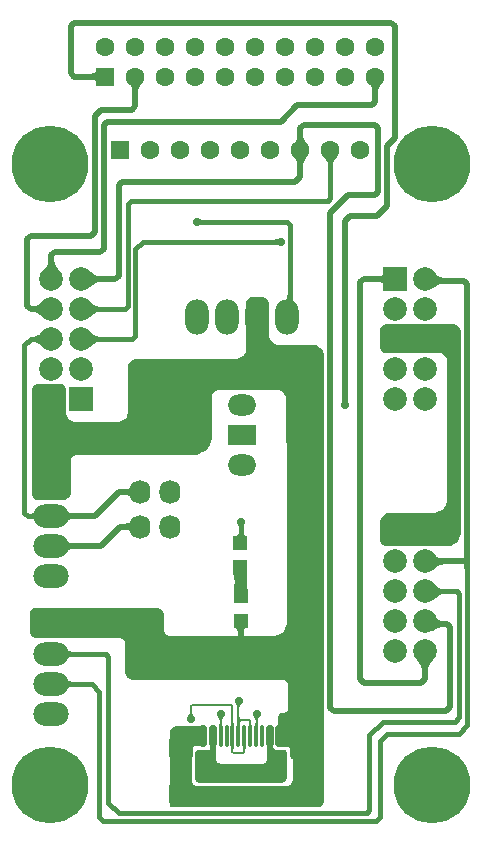
<source format=gbr>
G04*
G04 #@! TF.GenerationSoftware,Altium Limited,Altium Designer,24.2.2 (26)*
G04*
G04 Layer_Physical_Order=1*
G04 Layer_Color=255*
%FSLAX44Y44*%
%MOMM*%
G71*
G04*
G04 #@! TF.SameCoordinates,A69A520D-3C44-4C1A-B5D4-BA9765A151AF*
G04*
G04*
G04 #@! TF.FilePolarity,Positive*
G04*
G01*
G75*
%ADD10C,0.2000*%
%ADD15R,1.2000X1.2000*%
G04:AMPARAMS|DCode=16|XSize=2mm|YSize=2mm|CornerRadius=0.3mm|HoleSize=0mm|Usage=FLASHONLY|Rotation=0.000|XOffset=0mm|YOffset=0mm|HoleType=Round|Shape=RoundedRectangle|*
%AMROUNDEDRECTD16*
21,1,2.0000,1.4000,0,0,0.0*
21,1,1.4000,2.0000,0,0,0.0*
1,1,0.6000,0.7000,-0.7000*
1,1,0.6000,-0.7000,-0.7000*
1,1,0.6000,-0.7000,0.7000*
1,1,0.6000,0.7000,0.7000*
%
%ADD16ROUNDEDRECTD16*%
G04:AMPARAMS|DCode=17|XSize=0.6mm|YSize=1.8mm|CornerRadius=0.15mm|HoleSize=0mm|Usage=FLASHONLY|Rotation=0.000|XOffset=0mm|YOffset=0mm|HoleType=Round|Shape=RoundedRectangle|*
%AMROUNDEDRECTD17*
21,1,0.6000,1.5000,0,0,0.0*
21,1,0.3000,1.8000,0,0,0.0*
1,1,0.3000,0.1500,-0.7500*
1,1,0.3000,-0.1500,-0.7500*
1,1,0.3000,-0.1500,0.7500*
1,1,0.3000,0.1500,0.7500*
%
%ADD17ROUNDEDRECTD17*%
G04:AMPARAMS|DCode=18|XSize=0.3mm|YSize=1.8mm|CornerRadius=0.075mm|HoleSize=0mm|Usage=FLASHONLY|Rotation=0.000|XOffset=0mm|YOffset=0mm|HoleType=Round|Shape=RoundedRectangle|*
%AMROUNDEDRECTD18*
21,1,0.3000,1.6500,0,0,0.0*
21,1,0.1500,1.8000,0,0,0.0*
1,1,0.1500,0.0750,-0.8250*
1,1,0.1500,-0.0750,-0.8250*
1,1,0.1500,-0.0750,0.8250*
1,1,0.1500,0.0750,0.8250*
%
%ADD18ROUNDEDRECTD18*%
%ADD34C,0.5000*%
%ADD35C,1.0000*%
%ADD36C,0.4000*%
%ADD37C,0.8000*%
%ADD38C,2.0000*%
%ADD39R,2.0000X2.0000*%
%ADD40O,2.4000X1.8000*%
%ADD41R,2.4000X1.8000*%
%ADD42O,1.7780X2.0320*%
%ADD43O,3.0000X2.0000*%
%ADD44C,1.6000*%
%ADD45R,1.6000X1.6000*%
%ADD46C,6.5000*%
%ADD47O,2.0000X3.0000*%
%ADD48C,0.7000*%
%ADD49C,1.2700*%
G36*
X77151Y632540D02*
X77101Y633015D01*
X76950Y633440D01*
X76698Y633815D01*
X76346Y634140D01*
X75893Y634415D01*
X75340Y634640D01*
X74686Y634815D01*
X73931Y634940D01*
X73076Y635015D01*
X72120Y635040D01*
Y640040D01*
X73076Y640065D01*
X73931Y640140D01*
X74686Y640265D01*
X75340Y640440D01*
X75893Y640665D01*
X76346Y640940D01*
X76698Y641265D01*
X76950Y641640D01*
X77101Y642065D01*
X77151Y642540D01*
Y632540D01*
D02*
G37*
G36*
X318701Y631213D02*
X318174Y630587D01*
X317709Y629949D01*
X317306Y629299D01*
X316965Y628636D01*
X316686Y627961D01*
X316469Y627274D01*
X316314Y626575D01*
X316221Y625864D01*
X316190Y625141D01*
X311190D01*
X311159Y625864D01*
X311066Y626575D01*
X310911Y627274D01*
X310694Y627961D01*
X310415Y628636D01*
X310074Y629299D01*
X309671Y629949D01*
X309206Y630587D01*
X308679Y631213D01*
X308090Y631827D01*
X319290D01*
X318701Y631213D01*
D02*
G37*
G36*
X115501D02*
X114974Y630587D01*
X114509Y629949D01*
X114106Y629299D01*
X113765Y628636D01*
X113486Y627961D01*
X113269Y627274D01*
X113114Y626575D01*
X113021Y625864D01*
X112990Y625141D01*
X107990D01*
X107959Y625864D01*
X107866Y626575D01*
X107711Y627274D01*
X107494Y627961D01*
X107215Y628636D01*
X106874Y629299D01*
X106471Y629949D01*
X106006Y630587D01*
X105479Y631213D01*
X104890Y631827D01*
X116090D01*
X115501Y631213D01*
D02*
G37*
G36*
X252721Y586986D02*
X252814Y586275D01*
X252969Y585576D01*
X253186Y584889D01*
X253465Y584214D01*
X253806Y583551D01*
X254209Y582901D01*
X254674Y582263D01*
X255201Y581637D01*
X255790Y581023D01*
X244590D01*
X245179Y581637D01*
X245706Y582263D01*
X246171Y582901D01*
X246574Y583551D01*
X246915Y584214D01*
X247194Y584889D01*
X247411Y585576D01*
X247566Y586275D01*
X247659Y586986D01*
X247690Y587709D01*
X252690D01*
X252721Y586986D01*
D02*
G37*
G36*
X255201Y568983D02*
X254674Y568357D01*
X254209Y567719D01*
X253806Y567068D01*
X253465Y566406D01*
X253186Y565731D01*
X252969Y565044D01*
X252814Y564345D01*
X252721Y563634D01*
X252690Y562911D01*
X247690D01*
X247659Y563634D01*
X247566Y564345D01*
X247411Y565044D01*
X247194Y565731D01*
X246915Y566406D01*
X246574Y567068D01*
X246171Y567719D01*
X245706Y568357D01*
X245179Y568983D01*
X244590Y569597D01*
X255790D01*
X255201Y568983D01*
D02*
G37*
G36*
X280506Y568893D02*
X279354Y567500D01*
X278886Y566810D01*
X278490Y566124D01*
X278166Y565443D01*
X277914Y564767D01*
X277734Y564095D01*
X277626Y563427D01*
X277590Y562764D01*
X273590D01*
X273554Y563427D01*
X273446Y564095D01*
X273266Y564767D01*
X273014Y565443D01*
X272690Y566124D01*
X272294Y566810D01*
X271826Y567500D01*
X271286Y568194D01*
X270674Y568893D01*
X269990Y569597D01*
X281190D01*
X280506Y568893D01*
D02*
G37*
G36*
X165164Y516715D02*
X165300Y516638D01*
X165467Y516571D01*
X165667Y516512D01*
X165898Y516463D01*
X166161Y516422D01*
X166783Y516368D01*
X167532Y516350D01*
Y512350D01*
X167142Y512346D01*
X166161Y512278D01*
X165898Y512238D01*
X165667Y512188D01*
X165467Y512130D01*
X165300Y512062D01*
X165164Y511986D01*
X165060Y511900D01*
Y516800D01*
X165164Y516715D01*
D02*
G37*
G36*
X231180Y495390D02*
X231076Y495476D01*
X230940Y495552D01*
X230773Y495620D01*
X230573Y495678D01*
X230342Y495728D01*
X230079Y495768D01*
X229457Y495822D01*
X228708Y495840D01*
Y499840D01*
X229098Y499845D01*
X230079Y499912D01*
X230342Y499953D01*
X230573Y500002D01*
X230773Y500061D01*
X230940Y500128D01*
X231076Y500205D01*
X231180Y500290D01*
Y495390D01*
D02*
G37*
G36*
X41915Y480944D02*
X42050Y480109D01*
X42275Y479269D01*
X42590Y478423D01*
X42995Y477572D01*
X43490Y476715D01*
X44075Y475853D01*
X44750Y474985D01*
X45515Y474111D01*
X46370Y473231D01*
X32370D01*
X33225Y474111D01*
X34665Y475853D01*
X35250Y476715D01*
X35745Y477572D01*
X36150Y478423D01*
X36465Y479269D01*
X36690Y480109D01*
X36825Y480944D01*
X36870Y481772D01*
X41870D01*
X41915Y480944D01*
D02*
G37*
G36*
X320261Y461090D02*
X320211Y461565D01*
X320060Y461990D01*
X319808Y462365D01*
X319456Y462690D01*
X319003Y462965D01*
X318450Y463190D01*
X317796Y463365D01*
X317041Y463490D01*
X316186Y463565D01*
X315231Y463590D01*
Y468590D01*
X316186Y468615D01*
X317041Y468690D01*
X317796Y468815D01*
X318450Y468990D01*
X319003Y469215D01*
X319456Y469490D01*
X319808Y469815D01*
X320060Y470190D01*
X320211Y470615D01*
X320261Y471090D01*
Y461090D01*
D02*
G37*
G36*
X72791Y472235D02*
X74533Y470795D01*
X75395Y470210D01*
X76252Y469715D01*
X77103Y469310D01*
X77949Y468995D01*
X78789Y468770D01*
X79624Y468635D01*
X80452Y468590D01*
Y463590D01*
X79624Y463545D01*
X78789Y463410D01*
X77949Y463185D01*
X77103Y462870D01*
X76252Y462465D01*
X75395Y461970D01*
X74533Y461385D01*
X73664Y460710D01*
X72791Y459945D01*
X71911Y459090D01*
Y473090D01*
X72791Y472235D01*
D02*
G37*
G36*
X364104Y471145D02*
X364892Y470342D01*
X365687Y469634D01*
X366491Y469020D01*
X367301Y468501D01*
X368119Y468075D01*
X368945Y467745D01*
X369778Y467509D01*
X370618Y467367D01*
X371466Y467320D01*
X371015Y462320D01*
X370210Y462278D01*
X369386Y462151D01*
X368543Y461940D01*
X367680Y461644D01*
X366799Y461264D01*
X365898Y460799D01*
X364979Y460250D01*
X364040Y459616D01*
X362105Y458095D01*
X363324Y472042D01*
X364104Y471145D01*
D02*
G37*
G36*
X243300Y451945D02*
X243320Y451029D01*
X243478Y449450D01*
X243617Y448786D01*
X243795Y448207D01*
X244013Y447712D01*
X244270Y447301D01*
X244568Y446974D01*
X244904Y446732D01*
X245281Y446574D01*
X237303Y448911D01*
X237682Y448847D01*
X238022Y448889D01*
X238321Y449036D01*
X238581Y449290D01*
X238801Y449649D01*
X238981Y450114D01*
X239120Y450685D01*
X239220Y451362D01*
X239280Y452144D01*
X239300Y453032D01*
X243300Y451945D01*
D02*
G37*
G36*
X209550Y450850D02*
X217170Y450850D01*
X218433D01*
X220767Y449883D01*
X222553Y448097D01*
X223520Y445763D01*
Y444500D01*
Y420370D01*
X223520Y420369D01*
X223569Y419373D01*
X223958Y417420D01*
X224720Y415580D01*
X225826Y413924D01*
X227235Y412516D01*
X228891Y411409D01*
X230731Y410647D01*
X232684Y410259D01*
X233680Y410210D01*
X260350D01*
X260349Y410209D01*
X261350Y410209D01*
X263313Y409819D01*
X265162Y409053D01*
X266826Y407942D01*
X268242Y406527D01*
X269354Y404863D01*
X270119Y403013D01*
X270510Y401051D01*
X270510Y400050D01*
Y114300D01*
X270510Y99060D01*
X270510Y69850D01*
X270510Y24130D01*
Y23119D01*
X269737Y21252D01*
X268308Y19823D01*
X266441Y19050D01*
X140970D01*
X140717Y19050D01*
X140251Y19243D01*
X139893Y19600D01*
X139700Y20067D01*
X139700Y20320D01*
Y81280D01*
Y82543D01*
X140667Y84877D01*
X142453Y86663D01*
X144787Y87630D01*
X170180D01*
Y71120D01*
X162560D01*
X162560Y71120D01*
X161817Y71047D01*
X160443Y70478D01*
X159392Y69427D01*
X158823Y68053D01*
X158750Y67310D01*
Y40640D01*
Y40640D01*
X158823Y39897D01*
X159392Y38523D01*
X160443Y37472D01*
X161817Y36903D01*
X162560Y36830D01*
X237490D01*
X238729Y36952D01*
X241018Y37899D01*
X242770Y39652D01*
X243718Y41941D01*
X243840Y43180D01*
X243840Y64770D01*
X243840Y64770D01*
X243743Y65761D01*
X242984Y67593D01*
X241583Y68994D01*
X239751Y69752D01*
X238760Y69850D01*
X231140Y69850D01*
Y93981D01*
X231140Y94991D01*
X231913Y96859D01*
X233342Y98287D01*
X235210Y99060D01*
X236220Y99060D01*
X236220Y99060D01*
X236963Y99133D01*
X238337Y99702D01*
X239388Y100753D01*
X239957Y102127D01*
X240030Y102870D01*
X240030Y121920D01*
X240030Y121920D01*
X239940Y122834D01*
X239240Y124523D01*
X237948Y125816D01*
X236259Y126515D01*
X235345Y126605D01*
X109614Y126605D01*
X109614D01*
X108825Y126605D01*
X107276Y126913D01*
X105818Y127517D01*
X104505Y128394D01*
X103389Y129511D01*
X102512Y130823D01*
X101908Y132282D01*
X101600Y133831D01*
X101600Y134620D01*
X101600Y157480D01*
X101600Y157480D01*
X101503Y158471D01*
X100744Y160303D01*
X99342Y161704D01*
X97511Y162463D01*
X96520Y162560D01*
X26670Y162560D01*
X26670D01*
X25659Y162560D01*
X23792Y163333D01*
X22363Y164762D01*
X21590Y166629D01*
X21590Y167640D01*
Y182880D01*
X21590Y183891D01*
X22363Y185758D01*
X23792Y187187D01*
X25659Y187960D01*
X26670Y187960D01*
X128270Y187960D01*
X128270Y187960D01*
X129533Y187960D01*
X131867Y186994D01*
X133653Y185207D01*
X134620Y182873D01*
X134620Y181610D01*
X134620Y170180D01*
Y170180D01*
X134742Y168941D01*
X135690Y166652D01*
X137442Y164900D01*
X139731Y163952D01*
X140970Y163830D01*
X227330Y163830D01*
D01*
X227330D01*
X227330D01*
X228450Y163885D01*
X230648Y164322D01*
X232718Y165179D01*
X234581Y166424D01*
X236166Y168008D01*
X237411Y169872D01*
X238268Y171942D01*
X238705Y174140D01*
X238760Y175260D01*
X238760Y290830D01*
X238373Y363625D01*
X238372Y363625D01*
X238327Y364458D01*
X237995Y366091D01*
X237351Y367629D01*
X236421Y369011D01*
X235239Y370187D01*
X233852Y371110D01*
X232311Y371745D01*
X230676Y372069D01*
X229843Y372110D01*
X214630Y372110D01*
X181610D01*
X181610Y372110D01*
X180371Y371988D01*
X178082Y371040D01*
X176330Y369288D01*
X175382Y366999D01*
X175260Y365760D01*
X175260Y332740D01*
X175260Y332740D01*
X175260Y331239D01*
X174674Y328295D01*
X173526Y325521D01*
X171858Y323025D01*
X169735Y320902D01*
X167239Y319234D01*
X164465Y318086D01*
X161521Y317500D01*
X160020Y317500D01*
X60960D01*
X60960Y317500D01*
X59969Y317402D01*
X58138Y316644D01*
X56736Y315242D01*
X55978Y313411D01*
X55880Y312420D01*
X55880Y285750D01*
X55880Y285750D01*
Y284487D01*
X54913Y282153D01*
X53127Y280367D01*
X50793Y279400D01*
X49530D01*
X27940Y279400D01*
X27940Y279400D01*
X26930D01*
X25062Y280173D01*
X23633Y281602D01*
X22860Y283470D01*
Y284480D01*
Y372110D01*
X22860Y373120D01*
X23633Y374987D01*
X25062Y376417D01*
X26929Y377190D01*
X27940Y377190D01*
X46990Y377190D01*
X46990Y377190D01*
X48000Y377190D01*
X49867Y376417D01*
X51297Y374987D01*
X52070Y373120D01*
X52070Y372110D01*
X52070Y351790D01*
X52192Y350551D01*
X53140Y348262D01*
X54892Y346510D01*
X57181Y345562D01*
X58420Y345440D01*
X96520D01*
X96520Y345440D01*
X97267Y345477D01*
X98732Y345768D01*
X100112Y346339D01*
X101354Y347169D01*
X102410Y348226D01*
X103240Y349468D01*
X103812Y350848D01*
X104103Y352313D01*
X104140Y353060D01*
X104140Y391160D01*
X104140D01*
Y391911D01*
X104433Y393383D01*
X105007Y394769D01*
X105841Y396017D01*
X106903Y397079D01*
X108151Y397913D01*
X109537Y398487D01*
X111010Y398780D01*
X196190D01*
X196189Y398780D01*
X197001Y398820D01*
X198593Y399136D01*
X200093Y399757D01*
X201443Y400659D01*
X202591Y401807D01*
X203492Y403157D01*
X204114Y404656D01*
X204430Y406248D01*
X204470Y407060D01*
X204470Y445769D01*
D01*
Y445770D01*
Y445769D01*
X204470Y446780D01*
X205243Y448647D01*
X206672Y450077D01*
X208539Y450850D01*
X209550Y450850D01*
D02*
G37*
G36*
X72880Y446740D02*
X74749Y445140D01*
X75649Y444490D01*
X76526Y443940D01*
X77380Y443490D01*
X78212Y443140D01*
X79020Y442890D01*
X79805Y442740D01*
X80568Y442690D01*
Y438690D01*
X79805Y438640D01*
X79020Y438490D01*
X78212Y438240D01*
X77380Y437890D01*
X76526Y437440D01*
X75649Y436890D01*
X74749Y436240D01*
X73826Y435490D01*
X71911Y433690D01*
Y447690D01*
X72880Y446740D01*
D02*
G37*
G36*
X32229Y433690D02*
X31349Y434545D01*
X29607Y435985D01*
X28745Y436570D01*
X27888Y437065D01*
X27037Y437470D01*
X26191Y437785D01*
X25351Y438010D01*
X24516Y438145D01*
X23688Y438190D01*
Y443190D01*
X24516Y443235D01*
X25351Y443370D01*
X26191Y443595D01*
X27037Y443910D01*
X27888Y444315D01*
X28745Y444810D01*
X29607Y445395D01*
X30475Y446070D01*
X31349Y446835D01*
X32229Y447690D01*
Y433690D01*
D02*
G37*
G36*
X378460Y427990D02*
X379210Y427990D01*
X380683Y427697D01*
X382069Y427123D01*
X383317Y426289D01*
X384379Y425227D01*
X385213Y423979D01*
X385787Y422593D01*
X386080Y421120D01*
X386080Y420370D01*
X386080Y251460D01*
X386080Y251460D01*
Y250334D01*
X385640Y248126D01*
X384779Y246046D01*
X383528Y244174D01*
X381936Y242582D01*
X380064Y241331D01*
X377984Y240469D01*
X375776Y240030D01*
X323850D01*
X323850Y240030D01*
X322587Y240030D01*
X320253Y240997D01*
X318467Y242783D01*
X317500Y245117D01*
X317500Y246380D01*
Y259080D01*
X317500Y259955D01*
X317841Y261673D01*
X318512Y263291D01*
X319485Y264747D01*
X320723Y265985D01*
X322179Y266958D01*
X323797Y267628D01*
X325514Y267970D01*
X326390Y267970D01*
X361950Y267970D01*
X361950Y267970D01*
X363195Y268031D01*
X365636Y268517D01*
X367937Y269469D01*
X370007Y270853D01*
X371767Y272613D01*
X373150Y274683D01*
X374103Y276983D01*
X374589Y279425D01*
X374650Y280670D01*
X374650Y396240D01*
X374650Y396240D01*
X374613Y396987D01*
X374322Y398452D01*
X373750Y399832D01*
X372920Y401074D01*
X371864Y402130D01*
X370622Y402960D01*
X369242Y403532D01*
X367777Y403823D01*
X367030Y403860D01*
X322580Y403860D01*
X321570D01*
X319702Y404633D01*
X318273Y406062D01*
X317500Y407929D01*
Y408940D01*
X317500Y421640D01*
D01*
Y421640D01*
Y421640D01*
X317500Y422903D01*
X318467Y425237D01*
X320253Y427023D01*
X322587Y427990D01*
X323850Y427990D01*
X378460Y427990D01*
X378460Y427990D01*
D02*
G37*
G36*
X72880Y421340D02*
X74749Y419740D01*
X75649Y419090D01*
X76526Y418540D01*
X77380Y418090D01*
X78212Y417740D01*
X79020Y417490D01*
X79805Y417340D01*
X80568Y417290D01*
Y413290D01*
X79805Y413240D01*
X79020Y413090D01*
X78212Y412840D01*
X77380Y412490D01*
X76526Y412040D01*
X75649Y411490D01*
X74749Y410840D01*
X73826Y410090D01*
X71911Y408290D01*
Y422290D01*
X72880Y421340D01*
D02*
G37*
G36*
X32229Y408290D02*
X31260Y409240D01*
X29391Y410840D01*
X28491Y411490D01*
X27614Y412040D01*
X26760Y412490D01*
X25928Y412840D01*
X25120Y413090D01*
X24335Y413240D01*
X23572Y413290D01*
Y417290D01*
X24335Y417340D01*
X25120Y417490D01*
X25928Y417740D01*
X26760Y418090D01*
X27614Y418540D01*
X28491Y419090D01*
X29391Y419740D01*
X30314Y420490D01*
X32229Y422290D01*
Y408290D01*
D02*
G37*
G36*
X106275Y280764D02*
X106217Y281237D01*
X106045Y281659D01*
X105757Y282032D01*
X105354Y282355D01*
X104836Y282629D01*
X104203Y282852D01*
X103454Y283026D01*
X102591Y283151D01*
X101612Y283225D01*
X100519Y283250D01*
Y288250D01*
X101612Y288275D01*
X102591Y288349D01*
X103454Y288474D01*
X104203Y288648D01*
X104836Y288871D01*
X105354Y289145D01*
X105757Y289468D01*
X106045Y289841D01*
X106217Y290263D01*
X106275Y290736D01*
Y280764D01*
D02*
G37*
G36*
X25231Y261444D02*
X25184Y261822D01*
X25044Y262159D01*
X24810Y262457D01*
X24483Y262715D01*
X24063Y262934D01*
X23549Y263112D01*
X22941Y263251D01*
X22241Y263351D01*
X21446Y263410D01*
X20559Y263430D01*
Y267430D01*
X21446Y267450D01*
X22241Y267509D01*
X22941Y267609D01*
X23549Y267748D01*
X24063Y267926D01*
X24483Y268145D01*
X24810Y268403D01*
X25044Y268701D01*
X25184Y269038D01*
X25231Y269416D01*
Y261444D01*
D02*
G37*
G36*
X53035Y269943D02*
X53217Y269521D01*
X53520Y269148D01*
X53944Y268825D01*
X54489Y268551D01*
X55155Y268328D01*
X55942Y268154D01*
X56850Y268029D01*
X57879Y267955D01*
X59030Y267930D01*
Y262930D01*
X57879Y262905D01*
X55942Y262706D01*
X55155Y262532D01*
X54489Y262309D01*
X53944Y262035D01*
X53520Y261712D01*
X53217Y261339D01*
X53035Y260917D01*
X52975Y260444D01*
Y270416D01*
X53035Y269943D01*
D02*
G37*
G36*
X202365Y257746D02*
X202288Y257610D01*
X202221Y257443D01*
X202162Y257243D01*
X202113Y257012D01*
X202072Y256749D01*
X202018Y256127D01*
X202000Y255378D01*
X198000D01*
X197996Y255768D01*
X197928Y256749D01*
X197888Y257012D01*
X197838Y257243D01*
X197780Y257443D01*
X197712Y257610D01*
X197636Y257746D01*
X197550Y257850D01*
X202450D01*
X202365Y257746D01*
D02*
G37*
G36*
X106275Y251554D02*
X106217Y252027D01*
X106045Y252449D01*
X105757Y252822D01*
X105354Y253145D01*
X104836Y253419D01*
X104203Y253642D01*
X103454Y253816D01*
X102591Y253941D01*
X101612Y254015D01*
X100519Y254040D01*
Y259040D01*
X101612Y259065D01*
X102591Y259139D01*
X103454Y259264D01*
X104203Y259438D01*
X104836Y259661D01*
X105354Y259935D01*
X105757Y260258D01*
X106045Y260631D01*
X106217Y261053D01*
X106275Y261526D01*
Y251554D01*
D02*
G37*
G36*
X202020Y252114D02*
X202080Y251428D01*
X202180Y250824D01*
X202320Y250300D01*
X202500Y249856D01*
X202720Y249494D01*
X202980Y249212D01*
X203280Y249010D01*
X203620Y248889D01*
X204000Y248849D01*
X196000D01*
X196380Y248889D01*
X196720Y249010D01*
X197020Y249212D01*
X197280Y249494D01*
X197500Y249856D01*
X197680Y250300D01*
X197820Y250824D01*
X197920Y251428D01*
X197980Y252114D01*
X198000Y252879D01*
X202000D01*
X202020Y252114D01*
D02*
G37*
G36*
X53035Y244543D02*
X53217Y244121D01*
X53520Y243748D01*
X53944Y243425D01*
X54489Y243151D01*
X55155Y242928D01*
X55942Y242754D01*
X56850Y242629D01*
X57879Y242555D01*
X59030Y242530D01*
Y237530D01*
X57879Y237505D01*
X55942Y237306D01*
X55155Y237132D01*
X54489Y236909D01*
X53944Y236635D01*
X53520Y236312D01*
X53217Y235939D01*
X53035Y235517D01*
X52975Y235044D01*
Y245016D01*
X53035Y244543D01*
D02*
G37*
G36*
X363621Y233075D02*
X365363Y231635D01*
X366225Y231050D01*
X367082Y230555D01*
X367933Y230150D01*
X368779Y229835D01*
X369619Y229610D01*
X370454Y229475D01*
X371283Y229430D01*
Y224430D01*
X370454Y224385D01*
X369619Y224250D01*
X368779Y224025D01*
X367933Y223710D01*
X367082Y223305D01*
X366225Y222810D01*
X365363Y222225D01*
X364495Y221550D01*
X363621Y220785D01*
X362741Y219930D01*
Y233930D01*
X363621Y233075D01*
D02*
G37*
G36*
X205212Y215841D02*
X205080Y215541D01*
X204964Y215041D01*
X204863Y214341D01*
X204708Y212341D01*
X204675Y210632D01*
X205059Y204689D01*
X205205Y204189D01*
X205369Y203889D01*
X205554Y203789D01*
X193615D01*
X193799Y203889D01*
X193964Y204189D01*
X194109Y204689D01*
X194235Y205389D01*
X194342Y206289D01*
X194497Y208689D01*
X194502Y208971D01*
X194165Y214341D01*
X194014Y215041D01*
X193839Y215541D01*
X193642Y215841D01*
X193421Y215941D01*
X205359D01*
X205212Y215841D01*
D02*
G37*
G36*
X363710Y207580D02*
X365579Y205980D01*
X366479Y205330D01*
X367356Y204780D01*
X368210Y204330D01*
X369042Y203980D01*
X369850Y203730D01*
X370635Y203580D01*
X371398Y203530D01*
Y199530D01*
X370635Y199480D01*
X369850Y199330D01*
X369042Y199080D01*
X368210Y198730D01*
X367356Y198280D01*
X366479Y197730D01*
X365579Y197080D01*
X364656Y196330D01*
X362741Y194530D01*
Y208530D01*
X363710Y207580D01*
D02*
G37*
G36*
X364707Y180499D02*
X365367Y179658D01*
X366053Y178915D01*
X366766Y178272D01*
X367505Y177727D01*
X368270Y177282D01*
X369061Y176936D01*
X369879Y176688D01*
X370723Y176539D01*
X371594Y176490D01*
X370458Y171490D01*
X369700Y171453D01*
X368902Y171341D01*
X368064Y171155D01*
X367186Y170894D01*
X366268Y170558D01*
X365310Y170149D01*
X363274Y169105D01*
X362196Y168472D01*
X361078Y167764D01*
X364074Y181440D01*
X364707Y180499D01*
D02*
G37*
G36*
X204109Y170831D02*
X203684Y170680D01*
X203309Y170428D01*
X202984Y170076D01*
X202709Y169623D01*
X202484Y169070D01*
X202309Y168416D01*
X202184Y167661D01*
X202109Y166806D01*
X202084Y165851D01*
X197084D01*
X197059Y166806D01*
X196984Y167661D01*
X196859Y168416D01*
X196684Y169070D01*
X196459Y169623D01*
X196184Y170076D01*
X195859Y170428D01*
X195484Y170680D01*
X195059Y170831D01*
X194584Y170881D01*
X204584D01*
X204109Y170831D01*
D02*
G37*
G36*
X53556Y152198D02*
X53696Y151861D01*
X53930Y151563D01*
X54257Y151305D01*
X54677Y151086D01*
X55191Y150908D01*
X55799Y150769D01*
X56500Y150669D01*
X57294Y150610D01*
X58181Y150590D01*
Y146590D01*
X57294Y146570D01*
X56500Y146511D01*
X55799Y146411D01*
X55191Y146272D01*
X54677Y146094D01*
X54257Y145875D01*
X53930Y145617D01*
X53696Y145319D01*
X53556Y144982D01*
X53509Y144604D01*
Y152576D01*
X53556Y152198D01*
D02*
G37*
G36*
X361745Y142709D02*
X360305Y140968D01*
X359720Y140105D01*
X359225Y139248D01*
X358820Y138397D01*
X358505Y137551D01*
X358280Y136711D01*
X358145Y135877D01*
X358100Y135048D01*
X353100D01*
X353055Y135877D01*
X352920Y136711D01*
X352695Y137551D01*
X352380Y138397D01*
X351975Y139248D01*
X351480Y140105D01*
X350895Y140968D01*
X350220Y141836D01*
X349455Y142709D01*
X348600Y143589D01*
X362600D01*
X361745Y142709D01*
D02*
G37*
G36*
X53556Y126798D02*
X53696Y126461D01*
X53930Y126163D01*
X54257Y125905D01*
X54677Y125686D01*
X55191Y125508D01*
X55799Y125369D01*
X56500Y125269D01*
X57294Y125210D01*
X58181Y125190D01*
Y121190D01*
X57294Y121170D01*
X56500Y121111D01*
X55799Y121011D01*
X55191Y120872D01*
X54677Y120694D01*
X54257Y120475D01*
X53930Y120217D01*
X53696Y119919D01*
X53556Y119582D01*
X53509Y119204D01*
Y127176D01*
X53556Y126798D01*
D02*
G37*
G36*
X200258Y106449D02*
X199964Y106206D01*
X199700Y105955D01*
X199467Y105696D01*
X199266Y105430D01*
X199095Y105156D01*
X198956Y104874D01*
X198847Y104585D01*
X198769Y104287D01*
X198723Y103982D01*
X198708Y103670D01*
X196707Y103918D01*
X196694Y104214D01*
X196655Y104514D01*
X196589Y104816D01*
X196497Y105122D01*
X196379Y105432D01*
X196234Y105744D01*
X196063Y106060D01*
X195866Y106379D01*
X195642Y106701D01*
X195392Y107027D01*
X200258Y106449D01*
D02*
G37*
G36*
X158495Y99129D02*
X158538Y98825D01*
X158610Y98524D01*
X158712Y98225D01*
X158842Y97929D01*
X159002Y97634D01*
X159191Y97342D01*
X159408Y97052D01*
X159655Y96765D01*
X159930Y96480D01*
X155030D01*
X155306Y96765D01*
X155552Y97052D01*
X155770Y97342D01*
X155958Y97634D01*
X156117Y97929D01*
X156248Y98225D01*
X156349Y98524D01*
X156422Y98825D01*
X156466Y99129D01*
X156480Y99434D01*
X158480D01*
X158495Y99129D01*
D02*
G37*
G36*
X185257Y95222D02*
X184977Y94946D01*
X184726Y94667D01*
X184504Y94385D01*
X184312Y94099D01*
X184149Y93809D01*
X184016Y93516D01*
X183913Y93219D01*
X183839Y92919D01*
X183795Y92615D01*
X183780Y92308D01*
X181780Y92367D01*
X181766Y92671D01*
X181723Y92973D01*
X181652Y93275D01*
X181553Y93576D01*
X181425Y93876D01*
X181269Y94175D01*
X181084Y94473D01*
X180871Y94770D01*
X180629Y95066D01*
X180359Y95362D01*
X185257Y95222D01*
D02*
G37*
G36*
X215577Y95082D02*
X215287Y94828D01*
X215026Y94568D01*
X214797Y94302D01*
X214598Y94029D01*
X214430Y93750D01*
X214292Y93464D01*
X214185Y93172D01*
X214109Y92874D01*
X214063Y92569D01*
X214048Y92258D01*
X212048Y92445D01*
X212034Y92744D01*
X211994Y93045D01*
X211926Y93348D01*
X211831Y93652D01*
X211710Y93959D01*
X211561Y94267D01*
X211386Y94577D01*
X211183Y94889D01*
X210953Y95203D01*
X210697Y95519D01*
X215577Y95082D01*
D02*
G37*
G36*
X214048Y89876D02*
X214162Y87704D01*
X211466Y87942D01*
X211576Y88035D01*
X211675Y88155D01*
X211763Y88305D01*
X211838Y88483D01*
X211902Y88691D01*
X211954Y88926D01*
X211995Y89191D01*
X212024Y89485D01*
X212048Y90157D01*
X214048Y89876D01*
D02*
G37*
G36*
X208730Y89766D02*
X208794Y88877D01*
X208833Y88625D01*
X208935Y88190D01*
X209000Y88006D01*
X209072Y87844D01*
X209153Y87704D01*
X206298D01*
X206379Y87844D01*
X206452Y88006D01*
X206516Y88190D01*
X206572Y88396D01*
X206619Y88625D01*
X206687Y89151D01*
X206709Y89447D01*
X206726Y90108D01*
X208726D01*
X208730Y89766D01*
D02*
G37*
G36*
X198727Y95330D02*
X198787Y94990D01*
X198888Y94690D01*
X199028Y94430D01*
X199207Y94210D01*
X199428Y94030D01*
X199688Y93890D01*
X199988Y93790D01*
X200327Y93730D01*
X200707Y93710D01*
Y91710D01*
X200327Y91690D01*
X199988Y91630D01*
X199688Y91530D01*
X199428Y91390D01*
X199207Y91210D01*
X199028Y90990D01*
X198888Y90730D01*
X198787Y90430D01*
X198727Y90090D01*
X198711Y89786D01*
X198712Y89766D01*
X198776Y88877D01*
X198814Y88625D01*
X198917Y88190D01*
X198981Y88006D01*
X199054Y87844D01*
X199135Y87704D01*
X196280D01*
X196361Y87844D01*
X196434Y88006D01*
X196498Y88190D01*
X196553Y88396D01*
X196601Y88625D01*
X196669Y89151D01*
X196690Y89447D01*
X196707Y90108D01*
X198442D01*
X196707Y92710D01*
X198708Y95710D01*
X198727Y95330D01*
D02*
G37*
G36*
X193702Y89766D02*
X193767Y88877D01*
X193805Y88625D01*
X193908Y88190D01*
X193972Y88006D01*
X194045Y87844D01*
X194126Y87704D01*
X191270D01*
X191352Y87844D01*
X191424Y88006D01*
X191488Y88190D01*
X191544Y88396D01*
X191591Y88625D01*
X191660Y89151D01*
X191681Y89447D01*
X191698Y90108D01*
X193698D01*
X193702Y89766D01*
D02*
G37*
G36*
X183780Y90056D02*
X183783Y89697D01*
X183862Y88538D01*
X183898Y88316D01*
X183941Y88122D01*
X183990Y87956D01*
X184046Y87816D01*
X184108Y87704D01*
X181253D01*
X181353Y87871D01*
X181442Y88054D01*
X181521Y88254D01*
X181590Y88471D01*
X181648Y88705D01*
X181695Y88956D01*
X181759Y89508D01*
X181775Y89809D01*
X181780Y90127D01*
X183780Y90056D01*
D02*
G37*
G36*
X177969Y87244D02*
X178684Y86529D01*
X179070Y85595D01*
X179070Y85090D01*
X179070Y59690D01*
Y59690D01*
X179143Y58946D01*
X179712Y57573D01*
X180763Y56522D01*
X182137Y55953D01*
X182880Y55880D01*
X218440D01*
X219130Y55948D01*
X220404Y56475D01*
X221380Y57450D01*
X221907Y58725D01*
X221975Y59415D01*
X221975Y87545D01*
X227055D01*
Y70125D01*
X227109Y69576D01*
X227529Y68561D01*
X228306Y67784D01*
X229321Y67364D01*
X229870Y67310D01*
X236220Y67310D01*
X236220Y67310D01*
X236725Y67310D01*
X237659Y66924D01*
X238374Y66209D01*
X238760Y65275D01*
X238760Y64770D01*
X238760Y44450D01*
X238760Y44450D01*
X238760Y43439D01*
X237987Y41572D01*
X236558Y40143D01*
X234690Y39370D01*
X233680Y39370D01*
X197460Y39370D01*
X165099D01*
X164341Y39370D01*
X162941Y39950D01*
X161870Y41022D01*
X161290Y42422D01*
X161290Y43180D01*
Y64770D01*
X161290Y65275D01*
X161676Y66208D01*
X162390Y66922D01*
X163323Y67309D01*
X163828Y67308D01*
X171449Y67309D01*
X171448D01*
X171944Y67357D01*
X172861Y67736D01*
X173562Y68438D01*
X173941Y69354D01*
X173990Y69850D01*
X173990Y87630D01*
X176530Y87630D01*
X176530Y87630D01*
X177035Y87630D01*
X177969Y87244D01*
D02*
G37*
G36*
X204063Y70504D02*
X203990Y70342D01*
X203926Y70158D01*
X203870Y69951D01*
X203823Y69722D01*
X203755Y69197D01*
X203734Y68900D01*
X203716Y68240D01*
X201716D01*
X201712Y68581D01*
X201648Y69471D01*
X201609Y69722D01*
X201507Y70158D01*
X201443Y70342D01*
X201370Y70504D01*
X201289Y70643D01*
X204144D01*
X204063Y70504D01*
D02*
G37*
G36*
X194045D02*
X193972Y70342D01*
X193908Y70158D01*
X193852Y69951D01*
X193805Y69722D01*
X193737Y69197D01*
X193715Y68900D01*
X193698Y68240D01*
X191698D01*
X191694Y68581D01*
X191630Y69471D01*
X191591Y69722D01*
X191488Y70158D01*
X191424Y70342D01*
X191352Y70504D01*
X191270Y70643D01*
X194126D01*
X194045Y70504D01*
D02*
G37*
D10*
X192698Y65941D02*
Y79174D01*
X202716Y65941D02*
Y79174D01*
X201545Y64770D02*
X202716Y65941D01*
X192698D02*
X193870Y64770D01*
X201545D01*
X197708Y79174D02*
Y92710D01*
X206554D01*
X207726Y91539D01*
Y79174D02*
Y91539D01*
X197708Y92710D02*
Y108807D01*
X198120Y109220D01*
X212735Y79174D02*
X213048Y79487D01*
Y97478D01*
X213360Y97790D01*
X182680Y79174D02*
X182780Y79274D01*
Y97690D01*
X182880Y97790D01*
X157480Y93980D02*
Y104239D01*
X158651Y105410D01*
X191527D01*
X192698Y104239D01*
Y79174D02*
Y104239D01*
D15*
X199390Y221910D02*
D03*
Y242910D02*
D03*
X199584Y176820D02*
D03*
Y197820D02*
D03*
D16*
X251152Y29676D02*
D03*
X149152D02*
D03*
X251152Y68676D02*
D03*
X149152D02*
D03*
D17*
X232402Y79174D02*
D03*
X168152D02*
D03*
X176152D02*
D03*
X224402D02*
D03*
D18*
X182680D02*
D03*
X187689D02*
D03*
X192698D02*
D03*
X197708D02*
D03*
X202716D02*
D03*
X207726D02*
D03*
X212735D02*
D03*
X217744D02*
D03*
D34*
X391417Y221193D02*
Y461891D01*
X288290Y359410D02*
Y515620D01*
X292100Y519430D01*
X330200Y585470D02*
Y680331D01*
X327271Y683260D02*
X330200Y680331D01*
X55880Y640469D02*
Y680331D01*
X58809Y683260D01*
X327271D01*
X356470Y464820D02*
X388488D01*
X391417Y461891D01*
X199584Y158750D02*
Y176820D01*
X196850Y158750D02*
X199584D01*
X292100Y519430D02*
X314960D01*
X323230Y527700D02*
Y578500D01*
X314960Y519430D02*
X323230Y527700D01*
Y578500D02*
X330200Y585470D01*
X55880Y640469D02*
X58809Y637540D01*
X85090D01*
X313301Y537210D02*
X316230Y540139D01*
X290830Y537210D02*
X313301D01*
X316230Y540139D02*
Y593971D01*
X253119Y596900D02*
X313301D01*
X316230Y593971D01*
X275590Y521970D02*
X290830Y537210D01*
X275590Y103259D02*
Y521970D01*
X278519Y100330D02*
X373380D01*
X275590Y103259D02*
X278519Y100330D01*
X83820Y491879D02*
Y596511D01*
X86749Y599440D02*
X233680D01*
X247650Y613410D01*
X83820Y596511D02*
X86749Y599440D01*
X42299Y488950D02*
X80891D01*
X83820Y491879D01*
X313690Y616339D02*
Y637540D01*
X310761Y613410D02*
X313690Y616339D01*
X247650Y613410D02*
X310761D01*
X39370Y466090D02*
Y486021D01*
X42299Y488950D01*
X21979Y502920D02*
X73271D01*
X19050Y443619D02*
Y499991D01*
X21979Y502920D01*
X76200Y505849D02*
Y604520D01*
X73271Y502920D02*
X76200Y505849D01*
X96520Y469019D02*
Y545711D01*
X93591Y466090D02*
X96520Y469019D01*
Y545711D02*
X99449Y548640D01*
X245991D01*
X64770Y466090D02*
X93591D01*
X250190Y575310D02*
Y593971D01*
X253119Y596900D01*
X250190Y552839D02*
Y575310D01*
X245991Y548640D02*
X250190Y552839D01*
X21979Y440690D02*
X39370D01*
X110490Y612529D02*
Y637540D01*
X107561Y609600D02*
X110490Y612529D01*
X81280Y609600D02*
X107561D01*
X76200Y604520D02*
X81280Y609600D01*
X19050Y443619D02*
X21979Y440690D01*
X357740Y173990D02*
X374261D01*
X377190Y171061D01*
Y104140D02*
Y171061D01*
X373380Y100330D02*
X377190Y104140D01*
X355600Y226930D02*
X390290D01*
X355600Y176130D02*
X357740Y173990D01*
X329800Y466090D02*
X330200Y465690D01*
X303919Y466090D02*
X329800D01*
X300990Y463161D02*
X303919Y466090D01*
X300990Y127389D02*
Y463161D01*
Y127389D02*
X303919Y124460D01*
X352671D01*
X355600Y127389D01*
Y150730D01*
Y465690D02*
X356470Y464820D01*
X39370Y240030D02*
X81280D01*
X97790Y256540D01*
X114300D01*
X39370Y265430D02*
X76200D01*
X96520Y285750D02*
X114300D01*
X76200Y265430D02*
X96520Y285750D01*
D35*
X199584Y197820D02*
Y221910D01*
Y197820D02*
Y221910D01*
Y197820D02*
Y221910D01*
Y197820D02*
Y221910D01*
X199390D02*
X199584D01*
D36*
X106483Y532130D02*
X273247D01*
X275590Y534473D01*
X104140Y529787D02*
X106483Y532130D01*
X104140Y443033D02*
Y529787D01*
X275590Y534473D02*
Y575310D01*
X116840Y497840D02*
X233680D01*
X162560Y514350D02*
X238623D01*
X241300Y511673D01*
X101797Y440690D02*
X104140Y443033D01*
X64770Y440690D02*
X101797D01*
X21979Y415290D02*
X39370D01*
X64770D02*
X107950D01*
X110490Y491490D02*
X116840Y497840D01*
X110490Y417830D02*
Y491490D01*
X107950Y415290D02*
X110490Y417830D01*
X16510Y409821D02*
X21979Y415290D01*
X16510Y268359D02*
Y409821D01*
Y268359D02*
X19439Y265430D01*
X39370D01*
X199390Y242910D02*
X200000Y243520D01*
Y260350D01*
X238760Y434068D02*
X241300Y436608D01*
Y511673D01*
X384502Y81280D02*
X391417Y88195D01*
Y221193D01*
X390290Y226930D02*
X391417Y225804D01*
X382467Y201530D02*
X384810Y199187D01*
Y95250D02*
Y199187D01*
X355600Y201530D02*
X382467D01*
X320040Y91440D02*
X381000D01*
X384810Y95250D01*
X308610Y16313D02*
Y80010D01*
X96520Y13970D02*
X306267D01*
X308610Y16313D01*
X39370Y148590D02*
X85287D01*
X87630Y22860D02*
Y146247D01*
Y22860D02*
X96520Y13970D01*
X85287Y148590D02*
X87630Y146247D01*
X323850Y81280D02*
X384502D01*
X308610Y80010D02*
X320040Y91440D01*
X80010Y10549D02*
X82939Y7620D01*
X314571D02*
X317500Y10549D01*
X82939Y7620D02*
X314571D01*
X80010Y10549D02*
Y116840D01*
X317500Y10549D02*
Y74930D01*
X323850Y81280D01*
X73660Y123190D02*
X80010Y116840D01*
X39370Y123190D02*
X73660D01*
D37*
X149152Y29676D02*
Y68676D01*
X251152Y51676D02*
Y68676D01*
Y29676D02*
Y51454D01*
D38*
X39370Y466090D02*
D03*
X64770D02*
D03*
X39370Y440690D02*
D03*
X64770D02*
D03*
X39370Y415290D02*
D03*
X64770D02*
D03*
X39370Y389890D02*
D03*
X64770D02*
D03*
X39370Y364490D02*
D03*
X355600Y150730D02*
D03*
X330200D02*
D03*
X355600Y176130D02*
D03*
X330200D02*
D03*
X355600Y201530D02*
D03*
X330200D02*
D03*
X355600Y226930D02*
D03*
X330200D02*
D03*
X355600Y252330D02*
D03*
Y364090D02*
D03*
X330200D02*
D03*
X355600Y389490D02*
D03*
X330200D02*
D03*
X355600Y414890D02*
D03*
X330200D02*
D03*
X355600Y440290D02*
D03*
X330200D02*
D03*
X355600Y465690D02*
D03*
D39*
X64770Y364490D02*
D03*
X330200Y252330D02*
D03*
Y465690D02*
D03*
D40*
X200660Y359410D02*
D03*
Y308610D02*
D03*
D41*
Y334010D02*
D03*
D42*
X114300Y256540D02*
D03*
X139700D02*
D03*
Y285750D02*
D03*
X114300D02*
D03*
D43*
X39370Y148590D02*
D03*
Y97790D02*
D03*
Y173990D02*
D03*
Y123190D02*
D03*
Y265430D02*
D03*
Y214630D02*
D03*
Y290830D02*
D03*
Y240030D02*
D03*
D44*
X123190Y575310D02*
D03*
X148590D02*
D03*
X173990D02*
D03*
X199390D02*
D03*
X224790D02*
D03*
X250190D02*
D03*
X275590D02*
D03*
X300990D02*
D03*
X237490Y662940D02*
D03*
Y637540D02*
D03*
X212090Y662940D02*
D03*
X186690D02*
D03*
X212090Y637540D02*
D03*
X186690D02*
D03*
X161290Y662940D02*
D03*
Y637540D02*
D03*
X135890Y662940D02*
D03*
Y637540D02*
D03*
X110490Y662940D02*
D03*
Y637540D02*
D03*
X85090Y662940D02*
D03*
X262890Y637540D02*
D03*
X288290D02*
D03*
X313690D02*
D03*
X262890Y662940D02*
D03*
X288290D02*
D03*
X313690D02*
D03*
D45*
X97790Y575310D02*
D03*
X85090Y637540D02*
D03*
D46*
X361950Y563880D02*
D03*
Y38100D02*
D03*
X38100Y563880D02*
D03*
Y38100D02*
D03*
D47*
X187960Y434068D02*
D03*
X238760D02*
D03*
X162560D02*
D03*
X213360D02*
D03*
D48*
X171252Y63476D02*
D03*
X229052D02*
D03*
X288290Y359410D02*
D03*
X233680Y497840D02*
D03*
X162560Y514350D02*
D03*
X200000Y260350D02*
D03*
X198120Y109220D02*
D03*
X213360Y97790D02*
D03*
X182880D02*
D03*
X157480Y93980D02*
D03*
D49*
X257810Y303530D02*
D03*
Y368300D02*
D03*
Y352108D02*
D03*
Y335915D02*
D03*
Y319722D02*
D03*
Y92710D02*
D03*
Y109220D02*
D03*
Y125730D02*
D03*
X210820Y46990D02*
D03*
X229870D02*
D03*
M02*

</source>
